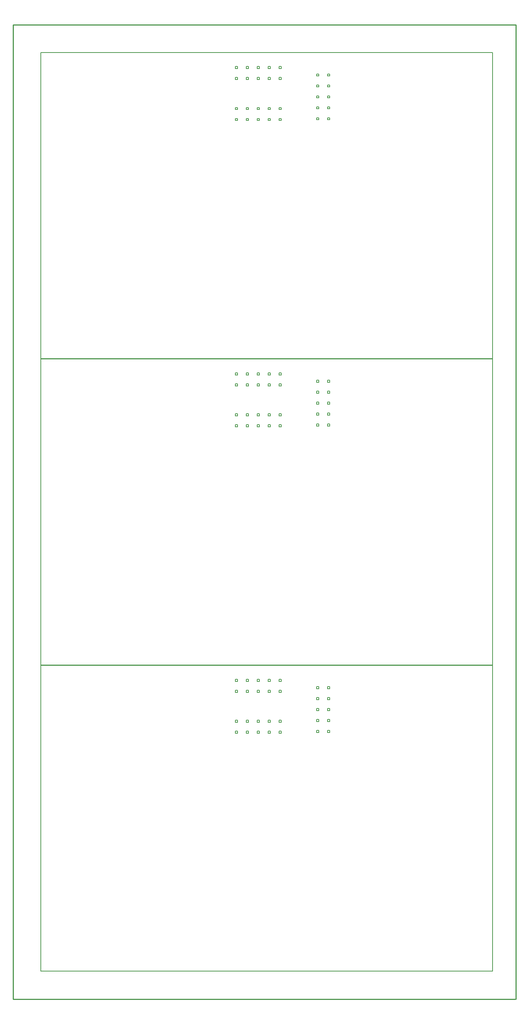
<source format=gm1>
G04 Layer_Color=16711935*
%FSLAX24Y24*%
%MOIN*%
G70*
G01*
G75*
%ADD12C,0.0100*%
%ADD15C,0.0080*%
%ADD142C,0.0060*%
G54D12*
X9272Y9272D02*
Y98287D01*
X55272D01*
Y9272D02*
Y98287D01*
X9272Y9272D02*
X55200D01*
G54D15*
X11811Y39764D02*
X53150D01*
X11811Y11811D02*
X53150D01*
X11811D02*
Y39764D01*
X53150Y11811D02*
Y39764D01*
X11811Y67756D02*
X53150D01*
X11811Y39803D02*
X53150D01*
X11811D02*
Y67756D01*
X53150Y39803D02*
Y67756D01*
X11811Y95748D02*
X53150D01*
X11811Y67795D02*
X53150D01*
X11811D02*
Y95748D01*
X53150Y67795D02*
Y95748D01*
G54D142*
X37037Y37824D02*
X37234D01*
X37037Y37627D02*
Y37824D01*
Y37627D02*
X37234D01*
Y37824D01*
X38037D02*
X38234D01*
X38037Y37627D02*
Y37824D01*
Y37627D02*
X38234D01*
Y37824D01*
X38037Y36824D02*
X38234D01*
X38037Y36627D02*
Y36824D01*
Y36627D02*
X38234D01*
Y36824D01*
X37037D02*
X37234D01*
X37037Y36627D02*
Y36824D01*
Y36627D02*
X37234D01*
Y36824D01*
X37037Y35824D02*
X37234D01*
X37037Y35627D02*
Y35824D01*
Y35627D02*
X37234D01*
Y35824D01*
X38037D02*
X38234D01*
X38037Y35627D02*
Y35824D01*
Y35627D02*
X38234D01*
Y35824D01*
X38037Y34824D02*
X38234D01*
X38037Y34627D02*
Y34824D01*
Y34627D02*
X38234D01*
Y34824D01*
X37037D02*
X37234D01*
X37037Y34627D02*
Y34824D01*
Y34627D02*
X37234D01*
Y34824D01*
X37037Y33824D02*
X37234D01*
X37037Y33627D02*
Y33824D01*
Y33627D02*
X37234D01*
Y33824D01*
X38037D02*
X38234D01*
X38037Y33627D02*
Y33824D01*
Y33627D02*
X38234D01*
Y33824D01*
X33610Y34757D02*
X33807D01*
Y34560D02*
Y34757D01*
X33610Y34560D02*
X33807D01*
X33610D02*
Y34757D01*
Y33757D02*
X33807D01*
Y33560D02*
Y33757D01*
X33610Y33560D02*
X33807D01*
X33610D02*
Y33757D01*
X32610D02*
X32807D01*
Y33560D02*
Y33757D01*
X32610Y33560D02*
X32807D01*
X32610D02*
Y33757D01*
Y34757D02*
X32807D01*
Y34560D02*
Y34757D01*
X32610Y34560D02*
X32807D01*
X32610D02*
Y34757D01*
X31610D02*
X31807D01*
Y34560D02*
Y34757D01*
X31610Y34560D02*
X31807D01*
X31610D02*
Y34757D01*
Y33757D02*
X31807D01*
Y33560D02*
Y33757D01*
X31610Y33560D02*
X31807D01*
X31610D02*
Y33757D01*
X30610D02*
X30807D01*
Y33560D02*
Y33757D01*
X30610Y33560D02*
X30807D01*
X30610D02*
Y33757D01*
Y34757D02*
X30807D01*
Y34560D02*
Y34757D01*
X30610Y34560D02*
X30807D01*
X30610D02*
Y34757D01*
X29610D02*
X29807D01*
Y34560D02*
Y34757D01*
X29610Y34560D02*
X29807D01*
X29610D02*
Y34757D01*
Y33757D02*
X29807D01*
Y33560D02*
Y33757D01*
X29610Y33560D02*
X29807D01*
X29610D02*
Y33757D01*
X33610Y38507D02*
X33807D01*
Y38310D02*
Y38507D01*
X33610Y38310D02*
X33807D01*
X33610D02*
Y38507D01*
Y37507D02*
X33807D01*
Y37310D02*
Y37507D01*
X33610Y37310D02*
X33807D01*
X33610D02*
Y37507D01*
X32610D02*
X32807D01*
Y37310D02*
Y37507D01*
X32610Y37310D02*
X32807D01*
X32610D02*
Y37507D01*
Y38507D02*
X32807D01*
Y38310D02*
Y38507D01*
X32610Y38310D02*
X32807D01*
X32610D02*
Y38507D01*
X31610D02*
X31807D01*
Y38310D02*
Y38507D01*
X31610Y38310D02*
X31807D01*
X31610D02*
Y38507D01*
Y37507D02*
X31807D01*
Y37310D02*
Y37507D01*
X31610Y37310D02*
X31807D01*
X31610D02*
Y37507D01*
X30610D02*
X30807D01*
Y37310D02*
Y37507D01*
X30610Y37310D02*
X30807D01*
X30610D02*
Y37507D01*
Y38507D02*
X30807D01*
Y38310D02*
Y38507D01*
X30610Y38310D02*
X30807D01*
X30610D02*
Y38507D01*
X29610D02*
X29807D01*
Y38310D02*
Y38507D01*
X29610Y38310D02*
X29807D01*
X29610D02*
Y38507D01*
Y37507D02*
X29807D01*
Y37310D02*
Y37507D01*
X29610Y37310D02*
X29807D01*
X29610D02*
Y37507D01*
X37037Y65816D02*
X37234D01*
X37037Y65619D02*
Y65816D01*
Y65619D02*
X37234D01*
Y65816D01*
X38037D02*
X38234D01*
X38037Y65619D02*
Y65816D01*
Y65619D02*
X38234D01*
Y65816D01*
X38037Y64816D02*
X38234D01*
X38037Y64619D02*
Y64816D01*
Y64619D02*
X38234D01*
Y64816D01*
X37037D02*
X37234D01*
X37037Y64619D02*
Y64816D01*
Y64619D02*
X37234D01*
Y64816D01*
X37037Y63816D02*
X37234D01*
X37037Y63619D02*
Y63816D01*
Y63619D02*
X37234D01*
Y63816D01*
X38037D02*
X38234D01*
X38037Y63619D02*
Y63816D01*
Y63619D02*
X38234D01*
Y63816D01*
X38037Y62816D02*
X38234D01*
X38037Y62619D02*
Y62816D01*
Y62619D02*
X38234D01*
Y62816D01*
X37037D02*
X37234D01*
X37037Y62619D02*
Y62816D01*
Y62619D02*
X37234D01*
Y62816D01*
X37037Y61816D02*
X37234D01*
X37037Y61619D02*
Y61816D01*
Y61619D02*
X37234D01*
Y61816D01*
X38037D02*
X38234D01*
X38037Y61619D02*
Y61816D01*
Y61619D02*
X38234D01*
Y61816D01*
X33610Y62749D02*
X33807D01*
Y62552D02*
Y62749D01*
X33610Y62552D02*
X33807D01*
X33610D02*
Y62749D01*
Y61749D02*
X33807D01*
Y61552D02*
Y61749D01*
X33610Y61552D02*
X33807D01*
X33610D02*
Y61749D01*
X32610D02*
X32807D01*
Y61552D02*
Y61749D01*
X32610Y61552D02*
X32807D01*
X32610D02*
Y61749D01*
Y62749D02*
X32807D01*
Y62552D02*
Y62749D01*
X32610Y62552D02*
X32807D01*
X32610D02*
Y62749D01*
X31610D02*
X31807D01*
Y62552D02*
Y62749D01*
X31610Y62552D02*
X31807D01*
X31610D02*
Y62749D01*
Y61749D02*
X31807D01*
Y61552D02*
Y61749D01*
X31610Y61552D02*
X31807D01*
X31610D02*
Y61749D01*
X30610D02*
X30807D01*
Y61552D02*
Y61749D01*
X30610Y61552D02*
X30807D01*
X30610D02*
Y61749D01*
Y62749D02*
X30807D01*
Y62552D02*
Y62749D01*
X30610Y62552D02*
X30807D01*
X30610D02*
Y62749D01*
X29610D02*
X29807D01*
Y62552D02*
Y62749D01*
X29610Y62552D02*
X29807D01*
X29610D02*
Y62749D01*
Y61749D02*
X29807D01*
Y61552D02*
Y61749D01*
X29610Y61552D02*
X29807D01*
X29610D02*
Y61749D01*
X33610Y66499D02*
X33807D01*
Y66302D02*
Y66499D01*
X33610Y66302D02*
X33807D01*
X33610D02*
Y66499D01*
Y65499D02*
X33807D01*
Y65302D02*
Y65499D01*
X33610Y65302D02*
X33807D01*
X33610D02*
Y65499D01*
X32610D02*
X32807D01*
Y65302D02*
Y65499D01*
X32610Y65302D02*
X32807D01*
X32610D02*
Y65499D01*
Y66499D02*
X32807D01*
Y66302D02*
Y66499D01*
X32610Y66302D02*
X32807D01*
X32610D02*
Y66499D01*
X31610D02*
X31807D01*
Y66302D02*
Y66499D01*
X31610Y66302D02*
X31807D01*
X31610D02*
Y66499D01*
Y65499D02*
X31807D01*
Y65302D02*
Y65499D01*
X31610Y65302D02*
X31807D01*
X31610D02*
Y65499D01*
X30610D02*
X30807D01*
Y65302D02*
Y65499D01*
X30610Y65302D02*
X30807D01*
X30610D02*
Y65499D01*
Y66499D02*
X30807D01*
Y66302D02*
Y66499D01*
X30610Y66302D02*
X30807D01*
X30610D02*
Y66499D01*
X29610D02*
X29807D01*
Y66302D02*
Y66499D01*
X29610Y66302D02*
X29807D01*
X29610D02*
Y66499D01*
Y65499D02*
X29807D01*
Y65302D02*
Y65499D01*
X29610Y65302D02*
X29807D01*
X29610D02*
Y65499D01*
X37037Y93808D02*
X37234D01*
X37037Y93611D02*
Y93808D01*
Y93611D02*
X37234D01*
Y93808D01*
X38037D02*
X38234D01*
X38037Y93611D02*
Y93808D01*
Y93611D02*
X38234D01*
Y93808D01*
X38037Y92808D02*
X38234D01*
X38037Y92611D02*
Y92808D01*
Y92611D02*
X38234D01*
Y92808D01*
X37037D02*
X37234D01*
X37037Y92611D02*
Y92808D01*
Y92611D02*
X37234D01*
Y92808D01*
X37037Y91808D02*
X37234D01*
X37037Y91611D02*
Y91808D01*
Y91611D02*
X37234D01*
Y91808D01*
X38037D02*
X38234D01*
X38037Y91611D02*
Y91808D01*
Y91611D02*
X38234D01*
Y91808D01*
X38037Y90808D02*
X38234D01*
X38037Y90611D02*
Y90808D01*
Y90611D02*
X38234D01*
Y90808D01*
X37037D02*
X37234D01*
X37037Y90611D02*
Y90808D01*
Y90611D02*
X37234D01*
Y90808D01*
X37037Y89808D02*
X37234D01*
X37037Y89611D02*
Y89808D01*
Y89611D02*
X37234D01*
Y89808D01*
X38037D02*
X38234D01*
X38037Y89611D02*
Y89808D01*
Y89611D02*
X38234D01*
Y89808D01*
X33610Y90741D02*
X33807D01*
Y90544D02*
Y90741D01*
X33610Y90544D02*
X33807D01*
X33610D02*
Y90741D01*
Y89741D02*
X33807D01*
Y89544D02*
Y89741D01*
X33610Y89544D02*
X33807D01*
X33610D02*
Y89741D01*
X32610D02*
X32807D01*
Y89544D02*
Y89741D01*
X32610Y89544D02*
X32807D01*
X32610D02*
Y89741D01*
Y90741D02*
X32807D01*
Y90544D02*
Y90741D01*
X32610Y90544D02*
X32807D01*
X32610D02*
Y90741D01*
X31610D02*
X31807D01*
Y90544D02*
Y90741D01*
X31610Y90544D02*
X31807D01*
X31610D02*
Y90741D01*
Y89741D02*
X31807D01*
Y89544D02*
Y89741D01*
X31610Y89544D02*
X31807D01*
X31610D02*
Y89741D01*
X30610D02*
X30807D01*
Y89544D02*
Y89741D01*
X30610Y89544D02*
X30807D01*
X30610D02*
Y89741D01*
Y90741D02*
X30807D01*
Y90544D02*
Y90741D01*
X30610Y90544D02*
X30807D01*
X30610D02*
Y90741D01*
X29610D02*
X29807D01*
Y90544D02*
Y90741D01*
X29610Y90544D02*
X29807D01*
X29610D02*
Y90741D01*
Y89741D02*
X29807D01*
Y89544D02*
Y89741D01*
X29610Y89544D02*
X29807D01*
X29610D02*
Y89741D01*
X33610Y94491D02*
X33807D01*
Y94294D02*
Y94491D01*
X33610Y94294D02*
X33807D01*
X33610D02*
Y94491D01*
Y93491D02*
X33807D01*
Y93294D02*
Y93491D01*
X33610Y93294D02*
X33807D01*
X33610D02*
Y93491D01*
X32610D02*
X32807D01*
Y93294D02*
Y93491D01*
X32610Y93294D02*
X32807D01*
X32610D02*
Y93491D01*
Y94491D02*
X32807D01*
Y94294D02*
Y94491D01*
X32610Y94294D02*
X32807D01*
X32610D02*
Y94491D01*
X31610D02*
X31807D01*
Y94294D02*
Y94491D01*
X31610Y94294D02*
X31807D01*
X31610D02*
Y94491D01*
Y93491D02*
X31807D01*
Y93294D02*
Y93491D01*
X31610Y93294D02*
X31807D01*
X31610D02*
Y93491D01*
X30610D02*
X30807D01*
Y93294D02*
Y93491D01*
X30610Y93294D02*
X30807D01*
X30610D02*
Y93491D01*
Y94491D02*
X30807D01*
Y94294D02*
Y94491D01*
X30610Y94294D02*
X30807D01*
X30610D02*
Y94491D01*
X29610D02*
X29807D01*
Y94294D02*
Y94491D01*
X29610Y94294D02*
X29807D01*
X29610D02*
Y94491D01*
Y93491D02*
X29807D01*
Y93294D02*
Y93491D01*
X29610Y93294D02*
X29807D01*
X29610D02*
Y93491D01*
M02*

</source>
